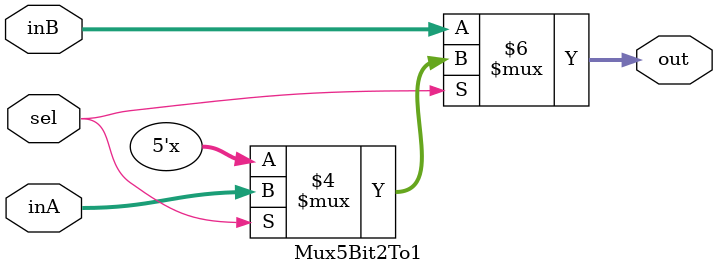
<source format=v>
`timescale 1ns / 1ps



module Mux5Bit2To1(out, inA, inB, sel);

    output reg [4:0] out;
    
    input [4:0] inA;
    input [4:0] inB;
    input sel;
    
    always @(sel, inA, inB) begin
        if (sel == 1) 
            out <= inA;
        if (sel == 0)
            out <= inB;
    end
endmodule

</source>
